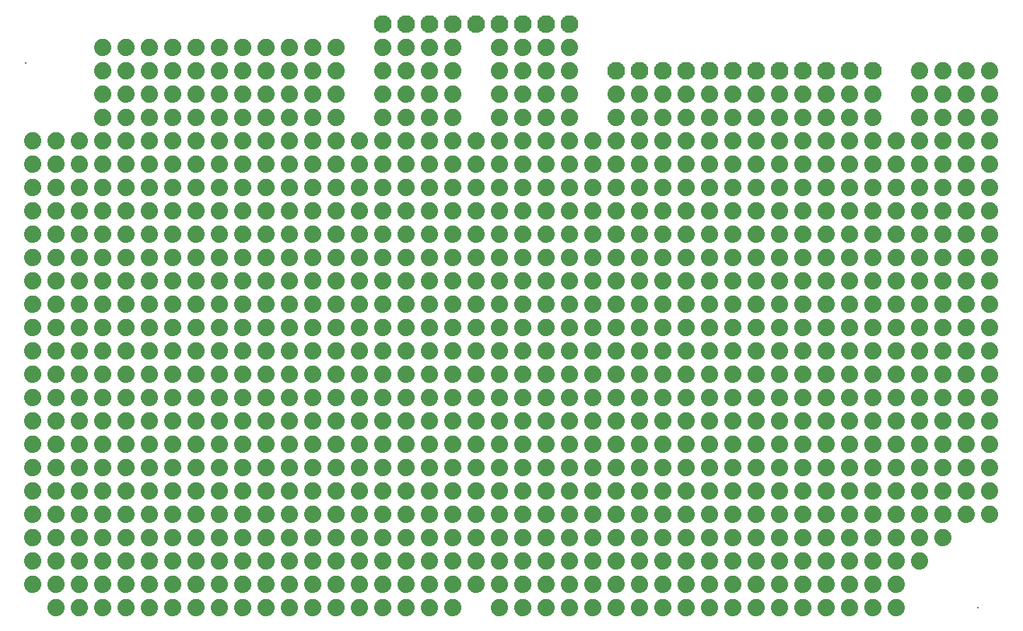
<source format=gbs>
G04*
G04 #@! TF.GenerationSoftware,Altium Limited,CircuitStudio,1.5.2 (30)*
G04*
G04 Layer_Color=26112*
%FSLAX25Y25*%
%MOIN*%
G70*
G01*
G75*
%ADD38C,0.07400*%
%ADD39C,0.07600*%
%ADD40C,0.00800*%
D38*
X690000Y265000D02*
D03*
X630000Y225000D02*
D03*
X640000D02*
D03*
X650000D02*
D03*
X610000D02*
D03*
X620000D02*
D03*
X580000D02*
D03*
X590000D02*
D03*
X600000D02*
D03*
X560000D02*
D03*
X570000D02*
D03*
X530000D02*
D03*
X540000D02*
D03*
X550000D02*
D03*
X500000D02*
D03*
X490000D02*
D03*
X480000D02*
D03*
X520000D02*
D03*
X510000D02*
D03*
X320000D02*
D03*
X330000D02*
D03*
X290000D02*
D03*
X300000D02*
D03*
X310000D02*
D03*
X360000D02*
D03*
X350000D02*
D03*
X340000D02*
D03*
X380000D02*
D03*
X370000D02*
D03*
X410000D02*
D03*
X400000D02*
D03*
X390000D02*
D03*
X430000D02*
D03*
X420000D02*
D03*
X460000D02*
D03*
X450000D02*
D03*
X440000D02*
D03*
X300000Y245000D02*
D03*
Y235000D02*
D03*
Y275000D02*
D03*
Y265000D02*
D03*
Y255000D02*
D03*
X340000Y245000D02*
D03*
Y235000D02*
D03*
Y275000D02*
D03*
Y265000D02*
D03*
Y255000D02*
D03*
X380000Y245000D02*
D03*
Y235000D02*
D03*
Y275000D02*
D03*
Y265000D02*
D03*
Y255000D02*
D03*
X420000Y245000D02*
D03*
Y235000D02*
D03*
Y275000D02*
D03*
Y265000D02*
D03*
Y255000D02*
D03*
X460000Y245000D02*
D03*
Y235000D02*
D03*
Y275000D02*
D03*
Y265000D02*
D03*
Y255000D02*
D03*
X500000Y245000D02*
D03*
Y235000D02*
D03*
Y275000D02*
D03*
Y265000D02*
D03*
Y255000D02*
D03*
X540000Y245000D02*
D03*
Y235000D02*
D03*
Y275000D02*
D03*
Y265000D02*
D03*
Y255000D02*
D03*
X580000Y245000D02*
D03*
Y235000D02*
D03*
Y275000D02*
D03*
Y265000D02*
D03*
Y255000D02*
D03*
X620000Y245000D02*
D03*
Y235000D02*
D03*
Y275000D02*
D03*
Y265000D02*
D03*
Y255000D02*
D03*
X660000Y245000D02*
D03*
Y275000D02*
D03*
Y265000D02*
D03*
Y255000D02*
D03*
X280000Y245000D02*
D03*
Y235000D02*
D03*
Y275000D02*
D03*
Y265000D02*
D03*
Y255000D02*
D03*
X320000Y245000D02*
D03*
X310000D02*
D03*
X320000Y235000D02*
D03*
X310000D02*
D03*
X320000Y275000D02*
D03*
X310000D02*
D03*
X320000Y265000D02*
D03*
X310000D02*
D03*
X320000Y255000D02*
D03*
X310000D02*
D03*
X350000Y245000D02*
D03*
X330000D02*
D03*
X350000Y235000D02*
D03*
X330000D02*
D03*
X350000Y275000D02*
D03*
X330000D02*
D03*
X350000Y265000D02*
D03*
X330000D02*
D03*
X350000Y255000D02*
D03*
X330000D02*
D03*
X370000Y245000D02*
D03*
X360000D02*
D03*
X370000Y235000D02*
D03*
X360000D02*
D03*
X370000Y275000D02*
D03*
X360000D02*
D03*
X370000Y265000D02*
D03*
X360000D02*
D03*
X370000Y255000D02*
D03*
X360000D02*
D03*
X410000Y245000D02*
D03*
X400000D02*
D03*
X410000Y235000D02*
D03*
X400000D02*
D03*
X410000Y275000D02*
D03*
X400000D02*
D03*
X410000Y265000D02*
D03*
X400000D02*
D03*
X410000Y255000D02*
D03*
X400000D02*
D03*
X440000Y245000D02*
D03*
X430000D02*
D03*
X440000Y235000D02*
D03*
X430000D02*
D03*
X440000Y275000D02*
D03*
X430000D02*
D03*
X440000Y265000D02*
D03*
X430000D02*
D03*
X440000Y255000D02*
D03*
X430000D02*
D03*
X480000Y245000D02*
D03*
X470000D02*
D03*
X480000Y235000D02*
D03*
X470000D02*
D03*
X480000Y275000D02*
D03*
X470000D02*
D03*
X480000Y265000D02*
D03*
X470000D02*
D03*
X480000Y255000D02*
D03*
X470000D02*
D03*
X510000Y245000D02*
D03*
X490000D02*
D03*
X510000Y235000D02*
D03*
X490000D02*
D03*
X510000Y275000D02*
D03*
X490000D02*
D03*
X510000Y265000D02*
D03*
X490000D02*
D03*
X510000Y255000D02*
D03*
X490000D02*
D03*
X530000Y245000D02*
D03*
X520000D02*
D03*
X530000Y235000D02*
D03*
X520000D02*
D03*
X530000Y275000D02*
D03*
X520000D02*
D03*
X530000Y265000D02*
D03*
X520000D02*
D03*
X530000Y255000D02*
D03*
X520000D02*
D03*
X570000Y245000D02*
D03*
X560000D02*
D03*
X570000Y235000D02*
D03*
X560000D02*
D03*
X570000Y275000D02*
D03*
X560000D02*
D03*
X570000Y265000D02*
D03*
X560000D02*
D03*
X570000Y255000D02*
D03*
X560000D02*
D03*
X600000Y245000D02*
D03*
X590000D02*
D03*
X600000Y235000D02*
D03*
X590000D02*
D03*
X600000Y275000D02*
D03*
X590000D02*
D03*
X600000Y265000D02*
D03*
X590000D02*
D03*
X600000Y255000D02*
D03*
X590000D02*
D03*
X640000Y245000D02*
D03*
X630000D02*
D03*
X640000Y235000D02*
D03*
X630000D02*
D03*
X640000Y275000D02*
D03*
X630000D02*
D03*
X640000Y265000D02*
D03*
X630000D02*
D03*
X640000Y255000D02*
D03*
X630000D02*
D03*
X650000Y245000D02*
D03*
Y235000D02*
D03*
X670000Y275000D02*
D03*
X650000D02*
D03*
X670000Y265000D02*
D03*
X650000D02*
D03*
X670000Y255000D02*
D03*
X650000D02*
D03*
X690000Y275000D02*
D03*
X680000D02*
D03*
Y265000D02*
D03*
X390000Y245000D02*
D03*
X290000D02*
D03*
X390000Y235000D02*
D03*
X290000D02*
D03*
X390000Y275000D02*
D03*
X290000D02*
D03*
X390000Y265000D02*
D03*
X290000D02*
D03*
X390000Y255000D02*
D03*
X290000D02*
D03*
X450000Y245000D02*
D03*
Y235000D02*
D03*
Y275000D02*
D03*
Y265000D02*
D03*
Y255000D02*
D03*
X610000Y245000D02*
D03*
X550000D02*
D03*
X610000Y235000D02*
D03*
X550000D02*
D03*
X610000Y275000D02*
D03*
X550000D02*
D03*
X610000Y265000D02*
D03*
X550000D02*
D03*
X610000Y255000D02*
D03*
X550000D02*
D03*
X300000Y295000D02*
D03*
Y285000D02*
D03*
Y325000D02*
D03*
Y315000D02*
D03*
Y305000D02*
D03*
X340000Y295000D02*
D03*
Y285000D02*
D03*
Y325000D02*
D03*
Y315000D02*
D03*
Y305000D02*
D03*
X380000Y295000D02*
D03*
Y285000D02*
D03*
Y325000D02*
D03*
Y315000D02*
D03*
Y305000D02*
D03*
X420000Y295000D02*
D03*
Y285000D02*
D03*
Y325000D02*
D03*
Y315000D02*
D03*
Y305000D02*
D03*
X460000Y295000D02*
D03*
Y285000D02*
D03*
Y325000D02*
D03*
Y315000D02*
D03*
Y305000D02*
D03*
X500000Y295000D02*
D03*
Y285000D02*
D03*
Y325000D02*
D03*
Y315000D02*
D03*
Y305000D02*
D03*
X540000Y295000D02*
D03*
Y285000D02*
D03*
Y325000D02*
D03*
Y315000D02*
D03*
Y305000D02*
D03*
X580000Y295000D02*
D03*
Y285000D02*
D03*
Y325000D02*
D03*
Y315000D02*
D03*
Y305000D02*
D03*
X620000Y295000D02*
D03*
Y285000D02*
D03*
Y325000D02*
D03*
Y315000D02*
D03*
Y305000D02*
D03*
X660000Y295000D02*
D03*
Y285000D02*
D03*
Y325000D02*
D03*
Y315000D02*
D03*
Y305000D02*
D03*
X280000Y295000D02*
D03*
Y285000D02*
D03*
Y325000D02*
D03*
Y315000D02*
D03*
Y305000D02*
D03*
X320000Y295000D02*
D03*
X310000D02*
D03*
X320000Y285000D02*
D03*
X310000D02*
D03*
X320000Y325000D02*
D03*
X310000D02*
D03*
X320000Y315000D02*
D03*
X310000D02*
D03*
X320000Y305000D02*
D03*
X310000D02*
D03*
X350000Y295000D02*
D03*
X330000D02*
D03*
X350000Y285000D02*
D03*
X330000D02*
D03*
X350000Y325000D02*
D03*
X330000D02*
D03*
X350000Y315000D02*
D03*
X330000D02*
D03*
X350000Y305000D02*
D03*
X330000D02*
D03*
X370000Y295000D02*
D03*
X360000D02*
D03*
X370000Y285000D02*
D03*
X360000D02*
D03*
X370000Y325000D02*
D03*
X360000D02*
D03*
X370000Y315000D02*
D03*
X360000D02*
D03*
X370000Y305000D02*
D03*
X360000D02*
D03*
X410000Y295000D02*
D03*
X400000D02*
D03*
X410000Y285000D02*
D03*
X400000D02*
D03*
X410000Y325000D02*
D03*
X400000D02*
D03*
X410000Y315000D02*
D03*
X400000D02*
D03*
X410000Y305000D02*
D03*
X400000D02*
D03*
X440000Y295000D02*
D03*
X430000D02*
D03*
X440000Y285000D02*
D03*
X430000D02*
D03*
X440000Y325000D02*
D03*
X430000D02*
D03*
X440000Y315000D02*
D03*
X430000D02*
D03*
X440000Y305000D02*
D03*
X430000D02*
D03*
X480000Y295000D02*
D03*
X470000D02*
D03*
X480000Y285000D02*
D03*
X470000D02*
D03*
X480000Y325000D02*
D03*
X470000D02*
D03*
X480000Y315000D02*
D03*
X470000D02*
D03*
X480000Y305000D02*
D03*
X470000D02*
D03*
X510000Y295000D02*
D03*
X490000D02*
D03*
X510000Y285000D02*
D03*
X490000D02*
D03*
X510000Y325000D02*
D03*
X490000D02*
D03*
X510000Y315000D02*
D03*
X490000D02*
D03*
X510000Y305000D02*
D03*
X490000D02*
D03*
X530000Y295000D02*
D03*
X520000D02*
D03*
X530000Y285000D02*
D03*
X520000D02*
D03*
X530000Y325000D02*
D03*
X520000D02*
D03*
X530000Y315000D02*
D03*
X520000D02*
D03*
X530000Y305000D02*
D03*
X520000D02*
D03*
X570000Y295000D02*
D03*
X560000D02*
D03*
X570000Y285000D02*
D03*
X560000D02*
D03*
X570000Y325000D02*
D03*
X560000D02*
D03*
X570000Y315000D02*
D03*
X560000D02*
D03*
X570000Y305000D02*
D03*
X560000D02*
D03*
X600000Y295000D02*
D03*
X590000D02*
D03*
X600000Y285000D02*
D03*
X590000D02*
D03*
X600000Y325000D02*
D03*
X590000D02*
D03*
X600000Y315000D02*
D03*
X590000D02*
D03*
X600000Y305000D02*
D03*
X590000D02*
D03*
X640000Y295000D02*
D03*
X630000D02*
D03*
X640000Y285000D02*
D03*
X630000D02*
D03*
X640000Y325000D02*
D03*
X630000D02*
D03*
X640000Y315000D02*
D03*
X630000D02*
D03*
X640000Y305000D02*
D03*
X630000D02*
D03*
X670000Y295000D02*
D03*
X650000D02*
D03*
X670000Y285000D02*
D03*
X650000D02*
D03*
X670000Y325000D02*
D03*
X650000D02*
D03*
X670000Y315000D02*
D03*
X650000D02*
D03*
X670000Y305000D02*
D03*
X650000D02*
D03*
X690000Y295000D02*
D03*
X680000D02*
D03*
X690000Y285000D02*
D03*
X680000D02*
D03*
X690000Y325000D02*
D03*
X680000D02*
D03*
X690000Y315000D02*
D03*
X680000D02*
D03*
X690000Y305000D02*
D03*
X680000D02*
D03*
X390000Y295000D02*
D03*
X290000D02*
D03*
X390000Y285000D02*
D03*
X290000D02*
D03*
X390000Y325000D02*
D03*
X290000D02*
D03*
X390000Y315000D02*
D03*
X290000D02*
D03*
X390000Y305000D02*
D03*
X290000D02*
D03*
X450000Y295000D02*
D03*
Y285000D02*
D03*
Y325000D02*
D03*
Y315000D02*
D03*
Y305000D02*
D03*
X610000Y295000D02*
D03*
X550000D02*
D03*
X610000Y285000D02*
D03*
X550000D02*
D03*
X610000Y325000D02*
D03*
X550000D02*
D03*
X610000Y315000D02*
D03*
X550000D02*
D03*
X610000Y305000D02*
D03*
X550000D02*
D03*
X300000Y345000D02*
D03*
Y335000D02*
D03*
Y375000D02*
D03*
Y365000D02*
D03*
Y355000D02*
D03*
X340000Y345000D02*
D03*
Y335000D02*
D03*
Y375000D02*
D03*
Y365000D02*
D03*
Y355000D02*
D03*
X380000Y345000D02*
D03*
Y335000D02*
D03*
Y375000D02*
D03*
Y365000D02*
D03*
Y355000D02*
D03*
X420000Y345000D02*
D03*
Y335000D02*
D03*
Y375000D02*
D03*
Y365000D02*
D03*
Y355000D02*
D03*
X460000Y345000D02*
D03*
Y335000D02*
D03*
Y375000D02*
D03*
Y365000D02*
D03*
Y355000D02*
D03*
X500000Y345000D02*
D03*
Y335000D02*
D03*
Y375000D02*
D03*
Y365000D02*
D03*
Y355000D02*
D03*
X540000Y345000D02*
D03*
Y335000D02*
D03*
Y375000D02*
D03*
Y365000D02*
D03*
Y355000D02*
D03*
X580000Y345000D02*
D03*
Y335000D02*
D03*
Y375000D02*
D03*
Y365000D02*
D03*
Y355000D02*
D03*
X620000Y345000D02*
D03*
Y335000D02*
D03*
Y375000D02*
D03*
Y365000D02*
D03*
Y355000D02*
D03*
X660000Y345000D02*
D03*
Y335000D02*
D03*
Y375000D02*
D03*
Y365000D02*
D03*
Y355000D02*
D03*
X280000Y345000D02*
D03*
Y335000D02*
D03*
Y375000D02*
D03*
Y365000D02*
D03*
Y355000D02*
D03*
X320000Y345000D02*
D03*
X310000D02*
D03*
X320000Y335000D02*
D03*
X310000D02*
D03*
X320000Y375000D02*
D03*
X310000D02*
D03*
X320000Y365000D02*
D03*
X310000D02*
D03*
X320000Y355000D02*
D03*
X310000D02*
D03*
X350000Y345000D02*
D03*
X330000D02*
D03*
X350000Y335000D02*
D03*
X330000D02*
D03*
X350000Y375000D02*
D03*
X330000D02*
D03*
X350000Y365000D02*
D03*
X330000D02*
D03*
X350000Y355000D02*
D03*
X330000D02*
D03*
X370000Y345000D02*
D03*
X360000D02*
D03*
X370000Y335000D02*
D03*
X360000D02*
D03*
X370000Y375000D02*
D03*
X360000D02*
D03*
X370000Y365000D02*
D03*
X360000D02*
D03*
X370000Y355000D02*
D03*
X360000D02*
D03*
X410000Y345000D02*
D03*
X400000D02*
D03*
X410000Y335000D02*
D03*
X400000D02*
D03*
X410000Y375000D02*
D03*
X400000D02*
D03*
X410000Y365000D02*
D03*
X400000D02*
D03*
X410000Y355000D02*
D03*
X400000D02*
D03*
X440000Y345000D02*
D03*
X430000D02*
D03*
X440000Y335000D02*
D03*
X430000D02*
D03*
X440000Y375000D02*
D03*
X430000D02*
D03*
X440000Y365000D02*
D03*
X430000D02*
D03*
X440000Y355000D02*
D03*
X430000D02*
D03*
X480000Y345000D02*
D03*
X470000D02*
D03*
X480000Y335000D02*
D03*
X470000D02*
D03*
X480000Y375000D02*
D03*
X470000D02*
D03*
X480000Y365000D02*
D03*
X470000D02*
D03*
X480000Y355000D02*
D03*
X470000D02*
D03*
X510000Y345000D02*
D03*
X490000D02*
D03*
X510000Y335000D02*
D03*
X490000D02*
D03*
X510000Y375000D02*
D03*
X490000D02*
D03*
X510000Y365000D02*
D03*
X490000D02*
D03*
X510000Y355000D02*
D03*
X490000D02*
D03*
X530000Y345000D02*
D03*
X520000D02*
D03*
X530000Y335000D02*
D03*
X520000D02*
D03*
X530000Y375000D02*
D03*
X520000D02*
D03*
X530000Y365000D02*
D03*
X520000D02*
D03*
X530000Y355000D02*
D03*
X520000D02*
D03*
X570000Y345000D02*
D03*
X560000D02*
D03*
X570000Y335000D02*
D03*
X560000D02*
D03*
X570000Y375000D02*
D03*
X560000D02*
D03*
X570000Y365000D02*
D03*
X560000D02*
D03*
X570000Y355000D02*
D03*
X560000D02*
D03*
X600000Y345000D02*
D03*
X590000D02*
D03*
X600000Y335000D02*
D03*
X590000D02*
D03*
X600000Y375000D02*
D03*
X590000D02*
D03*
X600000Y365000D02*
D03*
X590000D02*
D03*
X600000Y355000D02*
D03*
X590000D02*
D03*
X640000Y345000D02*
D03*
X630000D02*
D03*
X640000Y335000D02*
D03*
X630000D02*
D03*
X640000Y375000D02*
D03*
X630000D02*
D03*
X640000Y365000D02*
D03*
X630000D02*
D03*
X640000Y355000D02*
D03*
X630000D02*
D03*
X670000Y345000D02*
D03*
X650000D02*
D03*
X670000Y335000D02*
D03*
X650000D02*
D03*
X670000Y375000D02*
D03*
X650000D02*
D03*
X670000Y365000D02*
D03*
X650000D02*
D03*
X670000Y355000D02*
D03*
X650000D02*
D03*
X690000Y345000D02*
D03*
X680000D02*
D03*
X690000Y335000D02*
D03*
X680000D02*
D03*
X690000Y375000D02*
D03*
X680000D02*
D03*
X690000Y365000D02*
D03*
X680000D02*
D03*
X690000Y355000D02*
D03*
X680000D02*
D03*
X390000Y345000D02*
D03*
X290000D02*
D03*
X390000Y335000D02*
D03*
X290000D02*
D03*
X390000Y375000D02*
D03*
X290000D02*
D03*
X390000Y365000D02*
D03*
X290000D02*
D03*
X390000Y355000D02*
D03*
X290000D02*
D03*
X450000Y345000D02*
D03*
Y335000D02*
D03*
Y375000D02*
D03*
Y365000D02*
D03*
Y355000D02*
D03*
X610000Y345000D02*
D03*
X550000D02*
D03*
X610000Y335000D02*
D03*
X550000D02*
D03*
X610000Y375000D02*
D03*
X550000D02*
D03*
X610000Y365000D02*
D03*
X550000D02*
D03*
X610000Y355000D02*
D03*
X550000D02*
D03*
X310000Y465000D02*
D03*
X340000Y435000D02*
D03*
Y465000D02*
D03*
Y455000D02*
D03*
Y445000D02*
D03*
X380000Y435000D02*
D03*
Y465000D02*
D03*
Y455000D02*
D03*
Y445000D02*
D03*
X320000Y435000D02*
D03*
X310000D02*
D03*
X320000Y465000D02*
D03*
Y455000D02*
D03*
X310000D02*
D03*
X320000Y445000D02*
D03*
X310000D02*
D03*
X350000Y435000D02*
D03*
X330000D02*
D03*
X350000Y465000D02*
D03*
X330000D02*
D03*
X350000Y455000D02*
D03*
X330000D02*
D03*
X350000Y445000D02*
D03*
X330000D02*
D03*
X370000Y435000D02*
D03*
X360000D02*
D03*
X370000Y465000D02*
D03*
X360000D02*
D03*
X370000Y455000D02*
D03*
X360000D02*
D03*
X370000Y445000D02*
D03*
X360000D02*
D03*
X410000Y435000D02*
D03*
X400000D02*
D03*
X410000Y465000D02*
D03*
X400000D02*
D03*
X410000Y455000D02*
D03*
X400000D02*
D03*
X410000Y445000D02*
D03*
X400000D02*
D03*
X390000Y435000D02*
D03*
Y465000D02*
D03*
Y455000D02*
D03*
Y445000D02*
D03*
X440000Y455000D02*
D03*
Y465000D02*
D03*
Y435000D02*
D03*
Y445000D02*
D03*
X460000Y455000D02*
D03*
X430000D02*
D03*
X460000Y465000D02*
D03*
Y435000D02*
D03*
Y445000D02*
D03*
X430000Y465000D02*
D03*
Y435000D02*
D03*
Y445000D02*
D03*
X450000Y455000D02*
D03*
Y465000D02*
D03*
Y435000D02*
D03*
Y445000D02*
D03*
X500000Y435000D02*
D03*
Y465000D02*
D03*
Y455000D02*
D03*
Y445000D02*
D03*
X480000Y435000D02*
D03*
Y465000D02*
D03*
Y455000D02*
D03*
Y445000D02*
D03*
X510000Y435000D02*
D03*
X490000D02*
D03*
X510000Y465000D02*
D03*
X490000D02*
D03*
X510000Y455000D02*
D03*
X490000D02*
D03*
X510000Y445000D02*
D03*
X490000D02*
D03*
X540000D02*
D03*
Y435000D02*
D03*
X580000Y445000D02*
D03*
Y435000D02*
D03*
X620000Y445000D02*
D03*
Y435000D02*
D03*
X660000Y445000D02*
D03*
Y435000D02*
D03*
Y455000D02*
D03*
X530000Y445000D02*
D03*
Y435000D02*
D03*
X570000Y445000D02*
D03*
X560000D02*
D03*
X570000Y435000D02*
D03*
X560000D02*
D03*
X600000Y445000D02*
D03*
X590000D02*
D03*
X600000Y435000D02*
D03*
X590000D02*
D03*
X640000Y445000D02*
D03*
X630000D02*
D03*
X640000Y435000D02*
D03*
X630000D02*
D03*
X670000Y445000D02*
D03*
Y435000D02*
D03*
Y455000D02*
D03*
X690000Y445000D02*
D03*
X680000D02*
D03*
X690000Y435000D02*
D03*
X680000D02*
D03*
X690000Y455000D02*
D03*
X680000D02*
D03*
X610000Y445000D02*
D03*
X550000D02*
D03*
X610000Y435000D02*
D03*
X550000D02*
D03*
Y405000D02*
D03*
X610000D02*
D03*
X550000Y415000D02*
D03*
X610000D02*
D03*
X550000Y425000D02*
D03*
X610000D02*
D03*
X550000Y385000D02*
D03*
X610000D02*
D03*
X550000Y395000D02*
D03*
X610000D02*
D03*
X450000Y405000D02*
D03*
Y415000D02*
D03*
Y425000D02*
D03*
Y385000D02*
D03*
Y395000D02*
D03*
X290000Y405000D02*
D03*
X390000D02*
D03*
X290000Y415000D02*
D03*
X390000D02*
D03*
X290000Y425000D02*
D03*
X390000D02*
D03*
X290000Y385000D02*
D03*
X390000D02*
D03*
X290000Y395000D02*
D03*
X390000D02*
D03*
X680000Y405000D02*
D03*
X690000D02*
D03*
X680000Y415000D02*
D03*
X690000D02*
D03*
X680000Y425000D02*
D03*
X690000D02*
D03*
X680000Y385000D02*
D03*
X690000D02*
D03*
X680000Y395000D02*
D03*
X690000D02*
D03*
X650000Y405000D02*
D03*
X670000D02*
D03*
X650000Y415000D02*
D03*
X670000D02*
D03*
X650000Y425000D02*
D03*
X670000D02*
D03*
X650000Y385000D02*
D03*
X670000D02*
D03*
X650000Y395000D02*
D03*
X670000D02*
D03*
X630000Y405000D02*
D03*
X640000D02*
D03*
X630000Y415000D02*
D03*
X640000D02*
D03*
X630000Y425000D02*
D03*
X640000D02*
D03*
X630000Y385000D02*
D03*
X640000D02*
D03*
X630000Y395000D02*
D03*
X640000D02*
D03*
X590000Y405000D02*
D03*
X600000D02*
D03*
X590000Y415000D02*
D03*
X600000D02*
D03*
X590000Y425000D02*
D03*
X600000D02*
D03*
X590000Y385000D02*
D03*
X600000D02*
D03*
X590000Y395000D02*
D03*
X600000D02*
D03*
X560000Y405000D02*
D03*
X570000D02*
D03*
X560000Y415000D02*
D03*
X570000D02*
D03*
X560000Y425000D02*
D03*
X570000D02*
D03*
X560000Y385000D02*
D03*
X570000D02*
D03*
X560000Y395000D02*
D03*
X570000D02*
D03*
X520000Y405000D02*
D03*
X530000D02*
D03*
X520000Y415000D02*
D03*
X530000D02*
D03*
X520000Y425000D02*
D03*
X530000D02*
D03*
X520000Y385000D02*
D03*
X530000D02*
D03*
X520000Y395000D02*
D03*
X530000D02*
D03*
X490000Y405000D02*
D03*
X510000D02*
D03*
X490000Y415000D02*
D03*
X510000D02*
D03*
X490000Y425000D02*
D03*
X510000D02*
D03*
X490000Y385000D02*
D03*
X510000D02*
D03*
X490000Y395000D02*
D03*
X510000D02*
D03*
X470000Y405000D02*
D03*
X480000D02*
D03*
X470000Y415000D02*
D03*
X480000D02*
D03*
X470000Y425000D02*
D03*
X480000D02*
D03*
X470000Y385000D02*
D03*
X480000D02*
D03*
X470000Y395000D02*
D03*
X480000D02*
D03*
X430000Y405000D02*
D03*
X440000D02*
D03*
X430000Y415000D02*
D03*
X440000D02*
D03*
X430000Y425000D02*
D03*
X440000D02*
D03*
X430000Y385000D02*
D03*
X440000D02*
D03*
X430000Y395000D02*
D03*
X440000D02*
D03*
X400000Y405000D02*
D03*
X410000D02*
D03*
X400000Y415000D02*
D03*
X410000D02*
D03*
X400000Y425000D02*
D03*
X410000D02*
D03*
X400000Y385000D02*
D03*
X410000D02*
D03*
X400000Y395000D02*
D03*
X410000D02*
D03*
X360000Y405000D02*
D03*
X370000D02*
D03*
X360000Y415000D02*
D03*
X370000D02*
D03*
X360000Y425000D02*
D03*
X370000D02*
D03*
X360000Y385000D02*
D03*
X370000D02*
D03*
X360000Y395000D02*
D03*
X370000D02*
D03*
X330000Y405000D02*
D03*
X350000D02*
D03*
X330000Y415000D02*
D03*
X350000D02*
D03*
X330000Y425000D02*
D03*
X350000D02*
D03*
X330000Y385000D02*
D03*
X350000D02*
D03*
X330000Y395000D02*
D03*
X350000D02*
D03*
X310000Y405000D02*
D03*
X320000D02*
D03*
X310000Y415000D02*
D03*
X320000D02*
D03*
X310000Y425000D02*
D03*
X320000D02*
D03*
X310000Y385000D02*
D03*
X320000D02*
D03*
X310000Y395000D02*
D03*
X320000D02*
D03*
X280000Y405000D02*
D03*
Y415000D02*
D03*
Y425000D02*
D03*
Y385000D02*
D03*
Y395000D02*
D03*
X660000Y405000D02*
D03*
Y415000D02*
D03*
Y425000D02*
D03*
Y385000D02*
D03*
Y395000D02*
D03*
X620000Y405000D02*
D03*
Y415000D02*
D03*
Y425000D02*
D03*
Y385000D02*
D03*
Y395000D02*
D03*
X580000Y405000D02*
D03*
Y415000D02*
D03*
Y425000D02*
D03*
Y385000D02*
D03*
Y395000D02*
D03*
X540000Y405000D02*
D03*
Y415000D02*
D03*
Y425000D02*
D03*
Y385000D02*
D03*
Y395000D02*
D03*
X500000Y405000D02*
D03*
Y415000D02*
D03*
Y425000D02*
D03*
Y385000D02*
D03*
Y395000D02*
D03*
X460000Y405000D02*
D03*
Y415000D02*
D03*
Y425000D02*
D03*
Y385000D02*
D03*
Y395000D02*
D03*
X420000Y405000D02*
D03*
Y415000D02*
D03*
Y425000D02*
D03*
Y385000D02*
D03*
Y395000D02*
D03*
X380000Y405000D02*
D03*
Y415000D02*
D03*
Y425000D02*
D03*
Y385000D02*
D03*
Y395000D02*
D03*
X340000Y405000D02*
D03*
Y415000D02*
D03*
Y425000D02*
D03*
Y385000D02*
D03*
Y395000D02*
D03*
X300000Y405000D02*
D03*
Y415000D02*
D03*
Y425000D02*
D03*
Y385000D02*
D03*
Y395000D02*
D03*
D39*
X640000Y455000D02*
D03*
X610000D02*
D03*
X580000D02*
D03*
X550000D02*
D03*
X630000D02*
D03*
X620000D02*
D03*
X600000D02*
D03*
X590000D02*
D03*
X570000D02*
D03*
X560000D02*
D03*
X540000D02*
D03*
X530000D02*
D03*
X500000Y475000D02*
D03*
X510000D02*
D03*
X450000D02*
D03*
X460000D02*
D03*
X430000D02*
D03*
X440000D02*
D03*
X480000D02*
D03*
X490000D02*
D03*
X470000D02*
D03*
D40*
X685000Y225000D02*
D03*
X276998Y458058D02*
D03*
M02*

</source>
